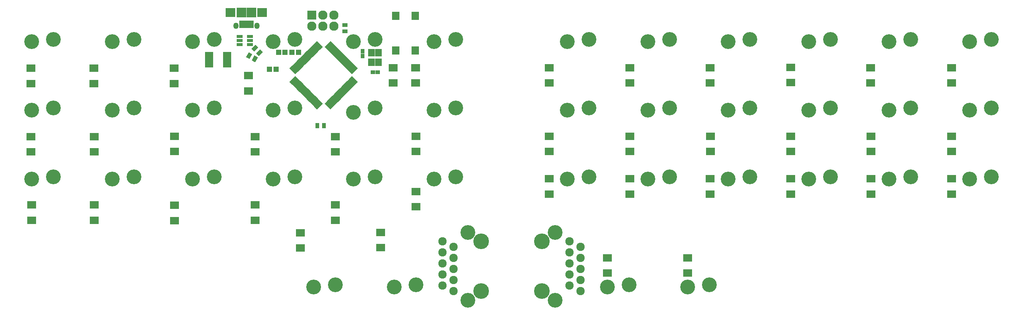
<source format=gbs>
G04 #@! TF.FileFunction,Soldermask,Bot*
%FSLAX46Y46*%
G04 Gerber Fmt 4.6, Leading zero omitted, Abs format (unit mm)*
G04 Created by KiCad (PCBNEW 4.0.5) date Saturday, July 01, 2017 'AMt' 12:52:34 AM*
%MOMM*%
%LPD*%
G01*
G04 APERTURE LIST*
%ADD10C,0.100000*%
%ADD11R,1.400000X0.800000*%
%ADD12R,1.550000X1.800000*%
%ADD13R,1.700000X1.950000*%
%ADD14R,1.200000X1.150000*%
%ADD15O,3.400000X3.400000*%
%ADD16C,3.400000*%
%ADD17C,1.924000*%
%ADD18C,3.600000*%
%ADD19R,2.127200X2.127200*%
%ADD20O,2.127200X2.127200*%
%ADD21R,2.099260X1.700480*%
%ADD22R,0.900000X1.300000*%
%ADD23R,1.000000X0.900000*%
%ADD24R,0.900000X1.000000*%
%ADD25R,1.900000X3.600000*%
%ADD26R,1.300000X0.900000*%
%ADD27R,0.800000X1.750000*%
%ADD28R,2.200000X2.300000*%
%ADD29O,1.250000X1.450000*%
%ADD30R,2.300000X2.100000*%
G04 APERTURE END LIST*
D10*
D11*
X55400000Y-3100000D03*
X53100000Y-3100000D03*
X55400000Y-2150000D03*
X53100000Y-2150000D03*
X55400000Y-1200000D03*
X53100000Y-1200000D03*
D12*
X85000000Y-7150000D03*
X83400000Y-7150000D03*
X83400000Y-4950000D03*
X85000000Y-4950000D03*
D13*
X88970000Y3515000D03*
X93470000Y3515000D03*
X88970000Y-4435000D03*
X93470000Y-4435000D03*
D14*
X59950000Y-8800000D03*
X61450000Y-8800000D03*
D15*
X79250000Y-18700000D03*
D16*
X84250000Y-17700000D03*
D17*
X131490000Y-59765000D03*
D16*
X125650000Y-61825000D03*
D18*
X122600000Y-59765000D03*
D16*
X125650000Y-46275000D03*
D18*
X122600000Y-48335000D03*
D17*
X128950000Y-58495000D03*
X131490000Y-57225000D03*
X131490000Y-54685000D03*
X131490000Y-52145000D03*
X131490000Y-49605000D03*
X128950000Y-55955000D03*
X128950000Y-53415000D03*
X128950000Y-50875000D03*
X128950000Y-48335000D03*
D16*
X128450000Y-2400000D03*
X133450000Y-1900000D03*
X97750000Y-18200000D03*
X102750000Y-17700000D03*
X79250000Y-2400000D03*
X84250000Y-1900000D03*
D17*
X99710000Y-48335000D03*
D16*
X105550000Y-46275000D03*
D18*
X108600000Y-48335000D03*
D16*
X105550000Y-61825000D03*
D18*
X108600000Y-59765000D03*
D17*
X102250000Y-49605000D03*
X99710000Y-50875000D03*
X99710000Y-53415000D03*
X99710000Y-55955000D03*
X99710000Y-58495000D03*
X102250000Y-52145000D03*
X102250000Y-54685000D03*
X102250000Y-57225000D03*
X102250000Y-59765000D03*
D14*
X62000000Y-4850000D03*
X63500000Y-4850000D03*
D16*
X70083330Y-58800000D03*
X75083330Y-58300000D03*
X42250000Y-2400000D03*
X47250000Y-1900000D03*
X97750000Y-2400000D03*
X102750000Y-1900000D03*
D19*
X69640000Y3710000D03*
D20*
X69640000Y1170000D03*
X72180000Y3710000D03*
X72180000Y1170000D03*
X74720000Y3710000D03*
X74720000Y1170000D03*
D14*
X65090000Y-4850000D03*
X66590000Y-4850000D03*
D21*
X5100000Y-12050060D03*
X5100000Y-8549940D03*
X19500000Y-12050060D03*
X19500000Y-8549940D03*
X38000000Y-12050060D03*
X38000000Y-8549940D03*
X55100000Y-13750060D03*
X55100000Y-10249940D03*
X88400000Y-11950060D03*
X88400000Y-8449940D03*
X93500000Y-11950060D03*
X93500000Y-8449940D03*
X124300000Y-11900000D03*
X124300000Y-8399880D03*
X142800000Y-11950060D03*
X142800000Y-8449940D03*
X161300000Y-11950060D03*
X161300000Y-8449940D03*
X179800000Y-11850060D03*
X179800000Y-8349940D03*
X198200000Y-11950060D03*
X198200000Y-8449940D03*
X216800000Y-11950060D03*
X216800000Y-8449940D03*
X5100000Y-27750060D03*
X5100000Y-24249940D03*
X19600000Y-27750060D03*
X19600000Y-24249940D03*
X38100000Y-27650060D03*
X38100000Y-24149940D03*
X56600000Y-27750060D03*
X56600000Y-24249940D03*
X75100000Y-27750060D03*
X75100000Y-24249940D03*
X93600000Y-27650060D03*
X93600000Y-24149940D03*
X124300000Y-27650060D03*
X124300000Y-24149940D03*
X142800000Y-27650060D03*
X142800000Y-24149940D03*
X161380000Y-27650000D03*
X161380000Y-24149880D03*
X179800000Y-27650060D03*
X179800000Y-24149940D03*
X198300000Y-27650060D03*
X198300000Y-24149940D03*
X216800000Y-27650060D03*
X216800000Y-24149940D03*
X5200000Y-43450060D03*
X5200000Y-39949940D03*
X19600000Y-43450060D03*
X19600000Y-39949940D03*
X38100000Y-43550060D03*
X38100000Y-40049940D03*
X56600000Y-43450060D03*
X56600000Y-39949940D03*
X75100000Y-43450060D03*
X75100000Y-39949940D03*
X93600000Y-40350060D03*
X93600000Y-36849940D03*
X124300000Y-37450060D03*
X124300000Y-33949940D03*
X142800000Y-37450060D03*
X142800000Y-33949940D03*
X161300000Y-37450060D03*
X161300000Y-33949940D03*
X179800000Y-37450060D03*
X179800000Y-33949940D03*
X198300000Y-37450060D03*
X198300000Y-33949940D03*
X216800000Y-37450060D03*
X216800000Y-33949940D03*
X67000000Y-46349940D03*
X67000000Y-49850060D03*
X85500000Y-46249940D03*
X85500000Y-49750060D03*
X137620000Y-52099880D03*
X137620000Y-55600000D03*
X156110000Y-52089940D03*
X156110000Y-55590060D03*
D10*
G36*
X58367817Y-4838579D02*
X57448579Y-5757817D01*
X56812183Y-5121421D01*
X57731421Y-4202183D01*
X58367817Y-4838579D01*
X58367817Y-4838579D01*
G37*
G36*
X57307157Y-3777919D02*
X56387919Y-4697157D01*
X55751523Y-4060761D01*
X56670761Y-3141523D01*
X57307157Y-3777919D01*
X57307157Y-3777919D01*
G37*
G36*
X54535770Y-5972917D02*
X55185770Y-4847083D01*
X55965192Y-5297083D01*
X55315192Y-6422917D01*
X54535770Y-5972917D01*
X54535770Y-5972917D01*
G37*
G36*
X55834808Y-6722917D02*
X56484808Y-5597083D01*
X57264230Y-6047083D01*
X56614230Y-7172917D01*
X55834808Y-6722917D01*
X55834808Y-6722917D01*
G37*
D16*
X5250000Y-2400000D03*
X10250000Y-1900000D03*
X156116667Y-58800000D03*
X161116667Y-58300000D03*
X137616667Y-58800000D03*
X142616667Y-58300000D03*
X88583330Y-58800000D03*
X93583330Y-58300000D03*
X220950000Y-34000000D03*
X225950000Y-33500000D03*
X202450000Y-34000000D03*
X207450000Y-33500000D03*
X183950000Y-34000000D03*
X188950000Y-33500000D03*
X165450000Y-34000000D03*
X170450000Y-33500000D03*
X146950000Y-34000000D03*
X151950000Y-33500000D03*
X128450000Y-34000000D03*
X133450000Y-33500000D03*
X97750000Y-34000000D03*
X102750000Y-33500000D03*
X79250000Y-34000000D03*
X84250000Y-33500000D03*
X60750000Y-34000000D03*
X65750000Y-33500000D03*
X42250000Y-34000000D03*
X47250000Y-33500000D03*
X23750000Y-34000000D03*
X28750000Y-33500000D03*
X5250000Y-34000000D03*
X10250000Y-33500000D03*
X220950000Y-18200000D03*
X225950000Y-17700000D03*
X202450000Y-18200000D03*
X207450000Y-17700000D03*
X183950000Y-18200000D03*
X188950000Y-17700000D03*
X165450000Y-18200000D03*
X170450000Y-17700000D03*
X146950000Y-18200000D03*
X151950000Y-17700000D03*
X128450000Y-18200000D03*
X133450000Y-17700000D03*
X60750000Y-18200000D03*
X65750000Y-17700000D03*
X42250000Y-18200000D03*
X47250000Y-17700000D03*
X23750000Y-18200000D03*
X28750000Y-17700000D03*
X5250000Y-18200000D03*
X10250000Y-17700000D03*
X220950000Y-2400000D03*
X225950000Y-1900000D03*
X202450000Y-2400000D03*
X207450000Y-1900000D03*
X183950000Y-2400000D03*
X188950000Y-1900000D03*
X165450000Y-2400000D03*
X170450000Y-1900000D03*
X146950000Y-2400000D03*
X151950000Y-1900000D03*
X60750000Y-2400000D03*
X65750000Y-1900000D03*
X23750000Y-2400000D03*
X28750000Y-1900000D03*
D10*
G36*
X64533437Y-8562042D02*
X65205188Y-7890291D01*
X66548691Y-9233794D01*
X65876940Y-9905545D01*
X64533437Y-8562042D01*
X64533437Y-8562042D01*
G37*
G36*
X65099123Y-7996357D02*
X65770874Y-7324606D01*
X67114377Y-8668109D01*
X66442626Y-9339860D01*
X65099123Y-7996357D01*
X65099123Y-7996357D01*
G37*
G36*
X65664808Y-7430672D02*
X66336559Y-6758921D01*
X67680062Y-8102424D01*
X67008311Y-8774175D01*
X65664808Y-7430672D01*
X65664808Y-7430672D01*
G37*
G36*
X66230493Y-6864986D02*
X66902244Y-6193235D01*
X68245747Y-7536738D01*
X67573996Y-8208489D01*
X66230493Y-6864986D01*
X66230493Y-6864986D01*
G37*
G36*
X66796179Y-6299301D02*
X67467930Y-5627550D01*
X68811433Y-6971053D01*
X68139682Y-7642804D01*
X66796179Y-6299301D01*
X66796179Y-6299301D01*
G37*
G36*
X67361864Y-5733615D02*
X68033615Y-5061864D01*
X69377118Y-6405367D01*
X68705367Y-7077118D01*
X67361864Y-5733615D01*
X67361864Y-5733615D01*
G37*
G36*
X67927550Y-5167930D02*
X68599301Y-4496179D01*
X69942804Y-5839682D01*
X69271053Y-6511433D01*
X67927550Y-5167930D01*
X67927550Y-5167930D01*
G37*
G36*
X68493235Y-4602244D02*
X69164986Y-3930493D01*
X70508489Y-5273996D01*
X69836738Y-5945747D01*
X68493235Y-4602244D01*
X68493235Y-4602244D01*
G37*
G36*
X69058921Y-4036559D02*
X69730672Y-3364808D01*
X71074175Y-4708311D01*
X70402424Y-5380062D01*
X69058921Y-4036559D01*
X69058921Y-4036559D01*
G37*
G36*
X69624606Y-3470874D02*
X70296357Y-2799123D01*
X71639860Y-4142626D01*
X70968109Y-4814377D01*
X69624606Y-3470874D01*
X69624606Y-3470874D01*
G37*
G36*
X70190291Y-2905188D02*
X70862042Y-2233437D01*
X72205545Y-3576940D01*
X71533794Y-4248691D01*
X70190291Y-2905188D01*
X70190291Y-2905188D01*
G37*
G36*
X73937958Y-2233437D02*
X74609709Y-2905188D01*
X73266206Y-4248691D01*
X72594455Y-3576940D01*
X73937958Y-2233437D01*
X73937958Y-2233437D01*
G37*
G36*
X74503643Y-2799123D02*
X75175394Y-3470874D01*
X73831891Y-4814377D01*
X73160140Y-4142626D01*
X74503643Y-2799123D01*
X74503643Y-2799123D01*
G37*
G36*
X75069328Y-3364808D02*
X75741079Y-4036559D01*
X74397576Y-5380062D01*
X73725825Y-4708311D01*
X75069328Y-3364808D01*
X75069328Y-3364808D01*
G37*
G36*
X75635014Y-3930493D02*
X76306765Y-4602244D01*
X74963262Y-5945747D01*
X74291511Y-5273996D01*
X75635014Y-3930493D01*
X75635014Y-3930493D01*
G37*
G36*
X76200699Y-4496179D02*
X76872450Y-5167930D01*
X75528947Y-6511433D01*
X74857196Y-5839682D01*
X76200699Y-4496179D01*
X76200699Y-4496179D01*
G37*
G36*
X76766385Y-5061864D02*
X77438136Y-5733615D01*
X76094633Y-7077118D01*
X75422882Y-6405367D01*
X76766385Y-5061864D01*
X76766385Y-5061864D01*
G37*
G36*
X77332070Y-5627550D02*
X78003821Y-6299301D01*
X76660318Y-7642804D01*
X75988567Y-6971053D01*
X77332070Y-5627550D01*
X77332070Y-5627550D01*
G37*
G36*
X77897756Y-6193235D02*
X78569507Y-6864986D01*
X77226004Y-8208489D01*
X76554253Y-7536738D01*
X77897756Y-6193235D01*
X77897756Y-6193235D01*
G37*
G36*
X78463441Y-6758921D02*
X79135192Y-7430672D01*
X77791689Y-8774175D01*
X77119938Y-8102424D01*
X78463441Y-6758921D01*
X78463441Y-6758921D01*
G37*
G36*
X79029126Y-7324606D02*
X79700877Y-7996357D01*
X78357374Y-9339860D01*
X77685623Y-8668109D01*
X79029126Y-7324606D01*
X79029126Y-7324606D01*
G37*
G36*
X79594812Y-7890291D02*
X80266563Y-8562042D01*
X78923060Y-9905545D01*
X78251309Y-9233794D01*
X79594812Y-7890291D01*
X79594812Y-7890291D01*
G37*
G36*
X78251309Y-10966206D02*
X78923060Y-10294455D01*
X80266563Y-11637958D01*
X79594812Y-12309709D01*
X78251309Y-10966206D01*
X78251309Y-10966206D01*
G37*
G36*
X77685623Y-11531891D02*
X78357374Y-10860140D01*
X79700877Y-12203643D01*
X79029126Y-12875394D01*
X77685623Y-11531891D01*
X77685623Y-11531891D01*
G37*
G36*
X77119938Y-12097576D02*
X77791689Y-11425825D01*
X79135192Y-12769328D01*
X78463441Y-13441079D01*
X77119938Y-12097576D01*
X77119938Y-12097576D01*
G37*
G36*
X76554253Y-12663262D02*
X77226004Y-11991511D01*
X78569507Y-13335014D01*
X77897756Y-14006765D01*
X76554253Y-12663262D01*
X76554253Y-12663262D01*
G37*
G36*
X75988567Y-13228947D02*
X76660318Y-12557196D01*
X78003821Y-13900699D01*
X77332070Y-14572450D01*
X75988567Y-13228947D01*
X75988567Y-13228947D01*
G37*
G36*
X75422882Y-13794633D02*
X76094633Y-13122882D01*
X77438136Y-14466385D01*
X76766385Y-15138136D01*
X75422882Y-13794633D01*
X75422882Y-13794633D01*
G37*
G36*
X74857196Y-14360318D02*
X75528947Y-13688567D01*
X76872450Y-15032070D01*
X76200699Y-15703821D01*
X74857196Y-14360318D01*
X74857196Y-14360318D01*
G37*
G36*
X74291511Y-14926004D02*
X74963262Y-14254253D01*
X76306765Y-15597756D01*
X75635014Y-16269507D01*
X74291511Y-14926004D01*
X74291511Y-14926004D01*
G37*
G36*
X73725825Y-15491689D02*
X74397576Y-14819938D01*
X75741079Y-16163441D01*
X75069328Y-16835192D01*
X73725825Y-15491689D01*
X73725825Y-15491689D01*
G37*
G36*
X73160140Y-16057374D02*
X73831891Y-15385623D01*
X75175394Y-16729126D01*
X74503643Y-17400877D01*
X73160140Y-16057374D01*
X73160140Y-16057374D01*
G37*
G36*
X72594455Y-16623060D02*
X73266206Y-15951309D01*
X74609709Y-17294812D01*
X73937958Y-17966563D01*
X72594455Y-16623060D01*
X72594455Y-16623060D01*
G37*
G36*
X71533794Y-15951309D02*
X72205545Y-16623060D01*
X70862042Y-17966563D01*
X70190291Y-17294812D01*
X71533794Y-15951309D01*
X71533794Y-15951309D01*
G37*
G36*
X70968109Y-15385623D02*
X71639860Y-16057374D01*
X70296357Y-17400877D01*
X69624606Y-16729126D01*
X70968109Y-15385623D01*
X70968109Y-15385623D01*
G37*
G36*
X70402424Y-14819938D02*
X71074175Y-15491689D01*
X69730672Y-16835192D01*
X69058921Y-16163441D01*
X70402424Y-14819938D01*
X70402424Y-14819938D01*
G37*
G36*
X69836738Y-14254253D02*
X70508489Y-14926004D01*
X69164986Y-16269507D01*
X68493235Y-15597756D01*
X69836738Y-14254253D01*
X69836738Y-14254253D01*
G37*
G36*
X69271053Y-13688567D02*
X69942804Y-14360318D01*
X68599301Y-15703821D01*
X67927550Y-15032070D01*
X69271053Y-13688567D01*
X69271053Y-13688567D01*
G37*
G36*
X68705367Y-13122882D02*
X69377118Y-13794633D01*
X68033615Y-15138136D01*
X67361864Y-14466385D01*
X68705367Y-13122882D01*
X68705367Y-13122882D01*
G37*
G36*
X68139682Y-12557196D02*
X68811433Y-13228947D01*
X67467930Y-14572450D01*
X66796179Y-13900699D01*
X68139682Y-12557196D01*
X68139682Y-12557196D01*
G37*
G36*
X67573996Y-11991511D02*
X68245747Y-12663262D01*
X66902244Y-14006765D01*
X66230493Y-13335014D01*
X67573996Y-11991511D01*
X67573996Y-11991511D01*
G37*
G36*
X67008311Y-11425825D02*
X67680062Y-12097576D01*
X66336559Y-13441079D01*
X65664808Y-12769328D01*
X67008311Y-11425825D01*
X67008311Y-11425825D01*
G37*
G36*
X66442626Y-10860140D02*
X67114377Y-11531891D01*
X65770874Y-12875394D01*
X65099123Y-12203643D01*
X66442626Y-10860140D01*
X66442626Y-10860140D01*
G37*
G36*
X65876940Y-10294455D02*
X66548691Y-10966206D01*
X65205188Y-12309709D01*
X64533437Y-11637958D01*
X65876940Y-10294455D01*
X65876940Y-10294455D01*
G37*
D22*
X72450000Y-21700000D03*
X70950000Y-21700000D03*
D23*
X83700000Y-9450000D03*
X84800000Y-9450000D03*
D24*
X81350000Y-4600000D03*
X81350000Y-5700000D03*
D25*
X46000000Y-6600000D03*
X50200000Y-6600000D03*
D26*
X77260000Y1410000D03*
X77260000Y-90000D03*
D27*
X54610000Y1575000D03*
X53960000Y1575000D03*
X55260000Y1575000D03*
X53310000Y1575000D03*
X55910000Y1575000D03*
D28*
X53460000Y4250000D03*
X55760000Y4250000D03*
D29*
X52185000Y1250000D03*
X57035000Y1250000D03*
D30*
X50960000Y4250000D03*
X58260000Y4250000D03*
M02*

</source>
